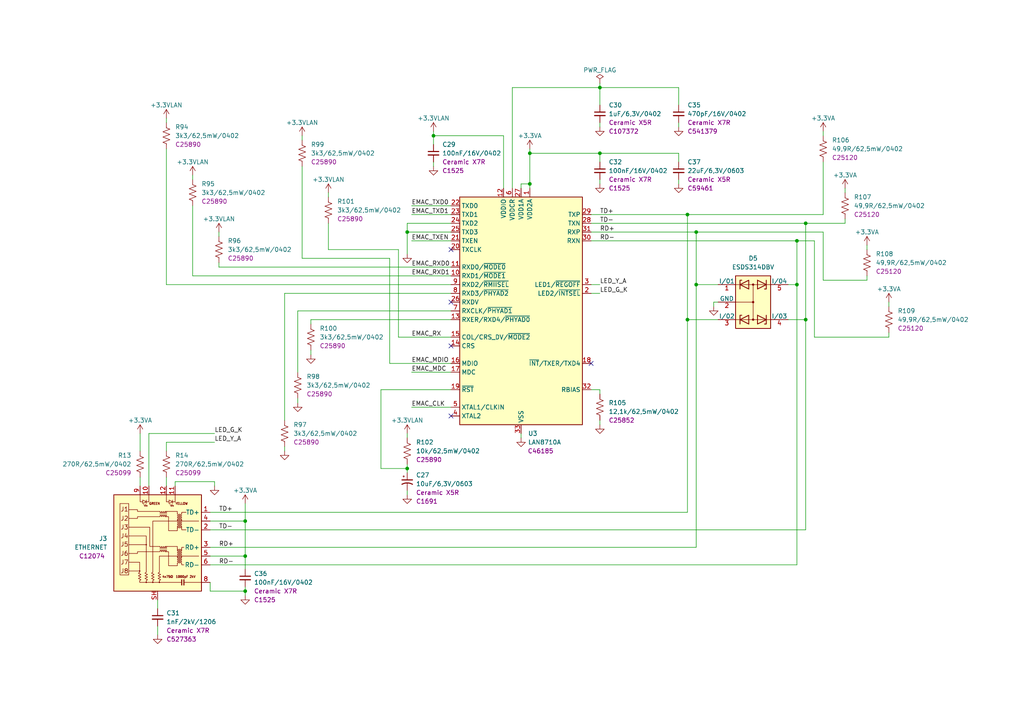
<source format=kicad_sch>
(kicad_sch (version 20211123) (generator eeschema)
  (paper "A4")
  (lib_symbols
    (symbol "Device:C_Polarized_Small_US" (pin_numbers hide) (pin_names (offset 0.254) hide)
      (property "Reference" "C" (at 0.254 1.778 0))
      (property "Value" "C_Polarized_Small_US" (at 0.254 -2.032 0))
      (symbol "C_Polarized_Small_US_0_1"
        (polyline (pts (xy -1.524 0.508) (xy 1.524 0.508)) (stroke (width 0.3048)))
        (polyline (pts (xy -1.27 1.524) (xy -0.762 1.524)))
        (polyline (pts (xy -1.016 1.27) (xy -1.016 1.778)))
        (arc (start 1.524 -0.762) (mid 0 -0.3734) (end -1.524 -0.762) (stroke (width 0.3048)))
      )
      (symbol "C_Polarized_Small_US_1_1"
        (pin passive line (at 0 2.54 270) (length 2.032) (name "~") (number "1"))
        (pin passive line (at 0 -2.54 90) (length 2.032) (name "~") (number "2"))
      )
    )
    (symbol "Device:C_Small" (pin_numbers hide) (pin_names (offset 0.254) hide)
      (property "Reference" "C" (at 0.254 1.778 0))
      (property "Value" "C_Small" (at 0.254 -2.032 0))
      (symbol "C_Small_0_1"
        (polyline (pts (xy -1.524 -0.508) (xy 1.524 -0.508)) (stroke (width 0.3302)))
        (polyline (pts (xy -1.524 0.508) (xy 1.524 0.508)) (stroke (width 0.3048)))
      )
      (symbol "C_Small_1_1"
        (pin passive line (at 0 2.54 270) (length 2.032) (name "~") (number "1"))
        (pin passive line (at 0 -2.54 90) (length 2.032) (name "~") (number "2"))
      )
    )
    (symbol "Device:R_US" (pin_numbers hide) (pin_names (offset 0))
      (property "Reference" "R" (at 2.54 0 90))
      (property "Value" "R_US" (at -2.54 0 90))
      (symbol "R_US_0_1"
        (polyline (pts (xy 0 -2.286) (xy 0 -2.54)))
        (polyline (pts (xy 0 2.286) (xy 0 2.54)))
        (polyline (pts (xy 0 -0.762) (xy 1.016 -1.143) (xy 0 -1.524) (xy -1.016 -1.905) (xy 0 -2.286)))
        (polyline (pts (xy 0 0.762) (xy 1.016 0.381) (xy 0 0) (xy -1.016 -0.381) (xy 0 -0.762)))
        (polyline (pts (xy 0 2.286) (xy 1.016 1.905) (xy 0 1.524) (xy -1.016 1.143) (xy 0 0.762)))
      )
      (symbol "R_US_1_1"
        (pin passive line (at 0 3.81 270) (length 1.27) (name "~") (number "1"))
        (pin passive line (at 0 -3.81 90) (length 1.27) (name "~") (number "2"))
      )
    )
    (symbol "Interface_Ethernet:LAN8710A"
      (property "Reference" "U" (at -13.97 34.29 0))
      (property "Value" "LAN8710A" (at 17.78 34.29 0))
      (symbol "LAN8710A_0_1"
        (rectangle (start -17.78 33.02) (end 17.78 -33.02) (stroke (width 0.254)) (fill (type background)))
      )
      (symbol "LAN8710A_1_1"
        (pin power_in line (at 2.54 35.56 270) (length 2.54) (name "VDD2A") (number "1"))
        (pin bidirectional line (at -20.32 10.16 0) (length 2.54) (name "RXD1/~{MODE1}") (number "10"))
        (pin bidirectional line (at -20.32 12.7 0) (length 2.54) (name "RXD0/~{MODE0}") (number "11"))
        (pin power_in line (at -5.08 35.56 270) (length 2.54) (name "VDDIO") (number "12"))
        (pin bidirectional line (at -20.32 -2.54 0) (length 2.54) (name "RXER/RXD4/~{PHYAD0}") (number "13"))
        (pin output line (at -20.32 -10.16 0) (length 2.54) (name "CRS") (number "14"))
        (pin bidirectional line (at -20.32 -7.62 0) (length 2.54) (name "COL/CRS_DV/~{MODE2}") (number "15"))
        (pin bidirectional line (at -20.32 -15.24 0) (length 2.54) (name "MDIO") (number "16"))
        (pin input line (at -20.32 -17.78 0) (length 2.54) (name "MDC") (number "17"))
        (pin bidirectional line (at 20.32 -15.24 180) (length 2.54) (name "~{INT}/TXER/TXD4") (number "18"))
        (pin input line (at -20.32 -22.86 0) (length 2.54) (name "~{RST}") (number "19"))
        (pin bidirectional line (at 20.32 5.08 180) (length 2.54) (name "LED2/~{INTSEL}") (number "2"))
        (pin output line (at -20.32 17.78 0) (length 2.54) (name "TXCLK") (number "20"))
        (pin input line (at -20.32 20.32 0) (length 2.54) (name "TXEN") (number "21"))
        (pin input line (at -20.32 30.48 0) (length 2.54) (name "TXD0") (number "22"))
        (pin input line (at -20.32 27.94 0) (length 2.54) (name "TXD1") (number "23"))
        (pin input line (at -20.32 25.4 0) (length 2.54) (name "TXD2") (number "24"))
        (pin input line (at -20.32 22.86 0) (length 2.54) (name "TXD3") (number "25"))
        (pin output line (at -20.32 2.54 0) (length 2.54) (name "RXDV") (number "26"))
        (pin power_in line (at 0 35.56 270) (length 2.54) (name "VDD1A") (number "27"))
        (pin bidirectional line (at 20.32 25.4 180) (length 2.54) (name "TXN") (number "28"))
        (pin bidirectional line (at 20.32 27.94 180) (length 2.54) (name "TXP") (number "29"))
        (pin bidirectional line (at 20.32 7.62 180) (length 2.54) (name "LED1/~{REGOFF}") (number "3"))
        (pin bidirectional line (at 20.32 20.32 180) (length 2.54) (name "RXN") (number "30"))
        (pin bidirectional line (at 20.32 22.86 180) (length 2.54) (name "RXP") (number "31"))
        (pin passive line (at 20.32 -22.86 180) (length 2.54) (name "RBIAS") (number "32"))
        (pin power_in line (at 0 -35.56 90) (length 2.54) (name "VSS") (number "33"))
        (pin output line (at -20.32 -30.48 0) (length 2.54) (name "XTAL2") (number "4"))
        (pin input line (at -20.32 -27.94 0) (length 2.54) (name "XTAL1/CLKIN") (number "5"))
        (pin power_in line (at -2.54 35.56 270) (length 2.54) (name "VDDCR") (number "6"))
        (pin bidirectional line (at -20.32 0 0) (length 2.54) (name "RXCLK/~{PHYAD1}") (number "7"))
        (pin bidirectional line (at -20.32 5.08 0) (length 2.54) (name "RXD3/~{PHYAD2}") (number "8"))
        (pin bidirectional line (at -20.32 7.62 0) (length 2.54) (name "RXD2/~{RMIISEL}") (number "9"))
      )
    )
    (symbol "Tales:+3.3VLAN" (power) (pin_names (offset 0))
      (property "Value" "+3.3VLAN" (at 0 3.556 0))
      (symbol "+3.3VLAN_0_1"
        (polyline (pts (xy -0.762 1.27) (xy 0 2.54)))
        (polyline (pts (xy 0 0) (xy 0 2.54)))
        (polyline (pts (xy 0 2.54) (xy 0.762 1.27)))
      )
      (symbol "+3.3VLAN_1_1"
        (pin power_in line (at 0 0 90) (length 0) hide (name "+3.3VLAN") (number "1"))
      )
    )
    (symbol "Tales:ESDS314DBV" (pin_names (offset 0))
      (property "Reference" "D" (at 0 12.7 0))
      (property "Value" "ESDS314DBV" (at 0 10.16 0))
      (symbol "ESDS314DBV_0_1"
        (rectangle (start -5.08 7.62) (end 5.08 -7.62) (stroke (width 0.254)) (fill (type background)))
        (circle (center 0 -5.08) (radius 0.254) (fill (type outline)))
        (polyline (pts (xy -5.08 -5.08) (xy 5.08 -5.08)))
        (polyline (pts (xy -5.08 0) (xy 0 0)))
        (polyline (pts (xy -5.08 5.08) (xy 5.08 5.08)))
        (polyline (pts (xy 0 -5.08) (xy 0 5.08)))
        (polyline (pts (xy -3.81 -6.35) (xy -3.81 -3.81) (xy -3.302 -3.81)) (stroke (width 0.254)))
        (polyline (pts (xy -3.81 3.81) (xy -3.81 6.35) (xy -3.302 6.35)) (stroke (width 0.254)))
        (polyline (pts (xy 3.81 -3.81) (xy 3.81 -6.35) (xy 3.302 -6.35)) (stroke (width 0.254)))
        (polyline (pts (xy 3.81 6.35) (xy 3.81 3.81) (xy 3.302 3.81)) (stroke (width 0.254)))
        (polyline (pts (xy -1.27 -6.35) (xy -3.81 -5.08) (xy -1.27 -3.81) (xy -1.27 -6.35) (xy -1.27 -6.35) (xy -1.27 -6.35)) (stroke (width 0.254)))
        (polyline (pts (xy -1.27 3.81) (xy -3.81 5.08) (xy -1.27 6.35) (xy -1.27 3.81) (xy -1.27 3.81) (xy -1.27 3.81)) (stroke (width 0.254)))
        (polyline (pts (xy 1.27 -3.81) (xy 3.81 -5.08) (xy 1.27 -6.35) (xy 1.27 -3.81) (xy 1.27 -3.81) (xy 1.27 -3.81)) (stroke (width 0.254)))
        (polyline (pts (xy 1.27 6.35) (xy 3.81 5.08) (xy 1.27 3.81) (xy 1.27 6.35) (xy 1.27 6.35) (xy 1.27 6.35)) (stroke (width 0.254)))
        (circle (center 0 0) (radius 0.254) (fill (type outline)))
        (circle (center 0 5.08) (radius 0.254) (fill (type outline)))
        (pin passive line (at -10.16 5.08 0) (length 5.08) (name "I/01") (number "1"))
        (pin passive line (at -10.16 0 0) (length 5.08) (name "GND") (number "2"))
        (pin passive line (at -10.16 -5.08 0) (length 5.08) (name "I/02") (number "3"))
        (pin passive line (at 10.16 -5.08 180) (length 5.08) (name "I/03") (number "4"))
        (pin passive line (at 10.16 5.08 180) (length 5.08) (name "I/04") (number "5"))
      )
    )
    (symbol "Tales:HanRun_HR911105A"
      (property "Reference" "J" (at 12.7 13.97 0))
      (property "Value" "HanRun_HR911105A" (at 0 -16.51 0))
      (symbol "HanRun_HR911105A_0_0"
        (rectangle (start -12.7 12.7) (end 12.7 -15.24) (stroke (width 0.254)) (fill (type background)))
        (polyline (pts (xy -5.207 -9.398) (xy -8.382 -9.398)))
        (polyline (pts (xy -3.302 -12.7) (xy -3.302 -12.192)))
        (polyline (pts (xy -3.302 -1.778) (xy -8.382 -1.778)))
        (polyline (pts (xy -1.397 -12.7) (xy -1.397 -12.192)))
        (polyline (pts (xy 0.508 -12.7) (xy 0.508 -12.192)))
        (polyline (pts (xy 7.62 -12.7) (xy 12.7 -12.7)))
        (polyline (pts (xy 11.938 -5.08) (xy 6.985 -5.08)))
        (polyline (pts (xy 11.938 5.08) (xy 6.985 5.08)))
        (polyline (pts (xy -1.397 -9.779) (xy -1.397 5.08) (xy 5.715 5.08)))
        (polyline (pts (xy 0.508 -9.779) (xy 0.508 -5.08) (xy 5.715 -5.08)))
        (polyline (pts (xy 6.985 -12.7) (xy -5.207 -12.7) (xy -5.207 -12.192)))
        (polyline (pts (xy 0.635 -2.286) (xy -2.286 -2.286) (xy -2.286 3.302) (xy -8.382 3.302)))
        (polyline (pts (xy 0.635 7.874) (xy -5.842 7.874) (xy -5.842 8.382) (xy -8.382 8.382)))
        (text "1000pF 2kV" (at 8.128 -11.049 0) (effects (font (size 0.635 0.635))))
        (text "4x75Ω" (at 2.921 -11.049 0) (effects (font (size 0.635 0.635))))
        (text "GREEN" (at -2.54 10.16 0) (effects (font (size 0.635 0.635)) (justify left)))
        (text "J1" (at -10.795 8.509 0) (effects (font (size 1.27 1.27)) (justify left)))
        (text "J2" (at -10.795 5.842 0) (effects (font (size 1.27 1.27)) (justify left)))
        (text "J3" (at -10.795 3.302 0) (effects (font (size 1.27 1.27)) (justify left)))
        (text "J4" (at -10.795 0.762 0) (effects (font (size 1.27 1.27)) (justify left)))
        (text "J5" (at -10.795 -1.651 0) (effects (font (size 1.27 1.27)) (justify left)))
        (text "J6" (at -10.795 -4.318 0) (effects (font (size 1.27 1.27)) (justify left)))
        (text "J7" (at -10.795 -6.858 0) (effects (font (size 1.27 1.27)) (justify left)))
        (text "J8" (at -10.795 -9.398 0) (effects (font (size 1.27 1.27)) (justify left)))
        (text "YELLOW" (at 5.08 10.16 0) (effects (font (size 0.635 0.635)) (justify left)))
      )
      (symbol "HanRun_HR911105A_0_1"
        (rectangle (start -8.382 -10.541) (end -10.922 10.16))
        (circle (center -5.207 -9.398) (radius 0.127) (fill (type outline)))
        (circle (center -3.302 -12.7) (radius 0.127) (fill (type outline)))
        (circle (center -3.302 -1.778) (radius 0.127) (fill (type outline)))
        (circle (center -1.397 -12.7) (radius 0.127) (fill (type outline)))
        (polyline (pts (xy -3.556 9.398) (xy -4.064 9.906)))
        (polyline (pts (xy -3.302 11.176) (xy -3.302 10.16)))
        (polyline (pts (xy -3.048 9.398) (xy -3.556 9.906)))
        (polyline (pts (xy 0.635 -3.302) (xy 2.667 -3.302)))
        (polyline (pts (xy 0.635 6.858) (xy 2.667 6.858)))
        (polyline (pts (xy 2.667 -2.794) (xy 0.635 -2.794)))
        (polyline (pts (xy 2.667 7.366) (xy 0.635 7.366)))
        (polyline (pts (xy 4.064 9.398) (xy 3.556 9.906)))
        (polyline (pts (xy 4.318 11.176) (xy 4.318 10.16)))
        (polyline (pts (xy 4.572 9.398) (xy 4.064 9.906)))
        (polyline (pts (xy 6.223 -3.048) (xy 6.223 -7.112)))
        (polyline (pts (xy 6.223 7.112) (xy 6.223 3.048)))
        (polyline (pts (xy 6.477 -7.112) (xy 6.477 -3.048)))
        (polyline (pts (xy 6.477 3.048) (xy 6.477 7.112)))
        (polyline (pts (xy 6.985 -13.462) (xy 6.985 -11.938)) (stroke (width 0.3048)))
        (polyline (pts (xy 7.62 -13.462) (xy 7.62 -11.938)) (stroke (width 0.3048)))
        (polyline (pts (xy -5.207 -9.779) (xy -5.207 -6.858) (xy -8.382 -6.858)))
        (polyline (pts (xy -5.08 12.7) (xy -5.08 10.668) (xy -4.318 10.668)))
        (polyline (pts (xy -3.556 9.652) (xy -3.556 9.398) (xy -3.81 9.398)))
        (polyline (pts (xy -3.302 -9.779) (xy -3.302 0.762) (xy -8.382 0.762)))
        (polyline (pts (xy -3.048 9.652) (xy -3.048 9.398) (xy -3.302 9.398)))
        (polyline (pts (xy -2.54 12.7) (xy -2.54 10.668) (xy -3.302 10.668)))
        (polyline (pts (xy 2.54 12.7) (xy 2.54 10.668) (xy 3.302 10.668)))
        (polyline (pts (xy 2.667 -2.286) (xy 5.715 -2.286) (xy 5.715 -3.048)))
        (polyline (pts (xy 2.667 7.874) (xy 5.715 7.874) (xy 5.715 7.112)))
        (polyline (pts (xy 4.064 9.652) (xy 4.064 9.398) (xy 3.81 9.398)))
        (polyline (pts (xy 4.572 9.652) (xy 4.572 9.398) (xy 4.318 9.398)))
        (polyline (pts (xy 5.08 12.7) (xy 5.08 10.668) (xy 4.318 10.668)))
        (polyline (pts (xy 6.985 -7.112) (xy 6.985 -7.62) (xy 7.62 -7.62)))
        (polyline (pts (xy 6.985 -3.048) (xy 6.985 -2.54) (xy 7.62 -2.54)))
        (polyline (pts (xy 6.985 3.048) (xy 6.985 2.54) (xy 8.255 2.54)))
        (polyline (pts (xy 6.985 7.112) (xy 6.985 7.62) (xy 8.255 7.62)))
        (polyline (pts (xy -3.302 10.668) (xy -4.318 11.176) (xy -4.318 10.16) (xy -3.302 10.668)))
        (polyline (pts (xy 0.635 -3.81) (xy -5.842 -3.81) (xy -5.842 -4.318) (xy -8.382 -4.318)))
        (polyline (pts (xy 0.635 6.35) (xy -5.842 6.35) (xy -5.842 5.842) (xy -8.382 5.842)))
        (polyline (pts (xy 4.318 10.668) (xy 3.302 11.176) (xy 3.302 10.16) (xy 4.318 10.668)))
        (polyline (pts (xy 5.715 -7.112) (xy 5.715 -7.874) (xy 3.175 -7.874) (xy 3.175 -3.81) (xy 2.667 -3.81)))
        (polyline (pts (xy 5.715 3.048) (xy 5.715 2.286) (xy 3.175 2.286) (xy 3.175 6.35) (xy 2.667 6.35)))
        (polyline (pts (xy -5.207 -12.192) (xy -4.826 -11.938) (xy -5.588 -11.557) (xy -4.826 -11.176) (xy -5.588 -10.795) (xy -4.826 -10.414) (xy -5.588 -10.033) (xy -5.207 -9.779)))
        (polyline (pts (xy -3.302 -12.192) (xy -2.921 -11.938) (xy -3.683 -11.557) (xy -2.921 -11.176) (xy -3.683 -10.795) (xy -2.921 -10.414) (xy -3.683 -10.033) (xy -3.302 -9.779)))
        (polyline (pts (xy -1.397 -12.192) (xy -1.016 -11.938) (xy -1.778 -11.557) (xy -1.016 -11.176) (xy -1.778 -10.795) (xy -1.016 -10.414) (xy -1.778 -10.033) (xy -1.397 -9.779)))
        (polyline (pts (xy 0.508 -12.192) (xy 0.889 -11.938) (xy 0.127 -11.557) (xy 0.889 -11.176) (xy 0.127 -10.795) (xy 0.889 -10.414) (xy 0.127 -10.033) (xy 0.508 -9.779)))
        (circle (center 0.508 -12.7) (radius 0.127) (fill (type outline)))
        (arc (start 0.635 -2.286) (mid 0.889 -2.54) (end 1.143 -2.286))
        (arc (start 0.635 7.874) (mid 0.889 7.62) (end 1.143 7.874))
        (arc (start 1.143 -3.81) (mid 0.889 -3.556) (end 0.635 -3.81))
        (arc (start 1.143 -2.286) (mid 1.397 -2.54) (end 1.651 -2.286))
        (arc (start 1.143 6.35) (mid 0.889 6.604) (end 0.635 6.35))
        (arc (start 1.143 7.874) (mid 1.397 7.62) (end 1.651 7.874))
        (arc (start 1.651 -3.81) (mid 1.397 -3.556) (end 1.143 -3.81))
        (arc (start 1.651 -2.286) (mid 1.905 -2.54) (end 2.159 -2.286))
        (arc (start 1.651 6.35) (mid 1.397 6.604) (end 1.143 6.35))
        (arc (start 1.651 7.874) (mid 1.905 7.62) (end 2.159 7.874))
        (arc (start 2.159 -3.81) (mid 1.905 -3.556) (end 1.651 -3.81))
        (arc (start 2.159 -2.286) (mid 2.413 -2.54) (end 2.667 -2.286))
        (arc (start 2.159 6.35) (mid 1.905 6.604) (end 1.651 6.35))
        (arc (start 2.159 7.874) (mid 2.413 7.62) (end 2.667 7.874))
        (circle (center 2.413 -3.8354) (radius 0.0762) (stroke (width 0.0254)) (fill (type outline)))
        (circle (center 2.413 -2.2606) (radius 0.0762) (stroke (width 0.0254)) (fill (type outline)))
        (circle (center 2.413 6.3246) (radius 0.0762) (stroke (width 0.0254)) (fill (type outline)))
        (circle (center 2.413 7.8994) (radius 0.0762) (stroke (width 0.0254)) (fill (type outline)))
        (arc (start 2.667 -3.81) (mid 2.413 -3.556) (end 2.159 -3.81))
        (arc (start 2.667 6.35) (mid 2.413 6.604) (end 2.159 6.35))
        (arc (start 5.715 -7.112) (mid 5.969 -6.858) (end 5.715 -6.604))
        (arc (start 5.715 -6.604) (mid 5.969 -6.35) (end 5.715 -6.096))
        (arc (start 5.715 -6.096) (mid 5.969 -5.842) (end 5.715 -5.588))
        (arc (start 5.715 -5.588) (mid 5.969 -5.334) (end 5.715 -5.08))
        (circle (center 5.715 -5.334) (radius 0.0762) (stroke (width 0.0254)) (fill (type outline)))
        (arc (start 5.715 -5.08) (mid 5.969 -4.826) (end 5.715 -4.572))
        (arc (start 5.715 -4.572) (mid 5.969 -4.318) (end 5.715 -4.064))
        (arc (start 5.715 -4.064) (mid 5.969 -3.81) (end 5.715 -3.556))
        (arc (start 5.715 -3.556) (mid 5.969 -3.302) (end 5.715 -3.048))
        (circle (center 5.715 -3.302) (radius 0.0762) (stroke (width 0.0254)) (fill (type outline)))
        (arc (start 5.715 3.048) (mid 5.969 3.302) (end 5.715 3.556))
        (circle (center 5.715 3.302) (radius 0.0762) (stroke (width 0.0254)) (fill (type outline)))
        (arc (start 5.715 3.556) (mid 5.969 3.81) (end 5.715 4.064))
        (arc (start 5.715 4.064) (mid 5.969 4.318) (end 5.715 4.572))
        (arc (start 5.715 4.572) (mid 5.969 4.826) (end 5.715 5.08))
        (arc (start 5.715 5.08) (mid 5.969 5.334) (end 5.715 5.588))
        (circle (center 5.715 5.334) (radius 0.0762) (stroke (width 0.0254)) (fill (type outline)))
        (arc (start 5.715 5.588) (mid 5.969 5.842) (end 5.715 6.096))
        (arc (start 5.715 6.096) (mid 5.969 6.35) (end 5.715 6.604))
        (arc (start 5.715 6.604) (mid 5.969 6.858) (end 5.715 7.112))
        (arc (start 6.985 -6.604) (mid 6.731 -6.858) (end 6.985 -7.112))
        (arc (start 6.985 -6.096) (mid 6.731 -6.35) (end 6.985 -6.604))
        (arc (start 6.985 -5.588) (mid 6.731 -5.842) (end 6.985 -6.096))
        (circle (center 6.985 -5.334) (radius 0.0762) (stroke (width 0.0254)) (fill (type outline)))
        (arc (start 6.985 -5.08) (mid 6.731 -5.334) (end 6.985 -5.588))
        (arc (start 6.985 -4.572) (mid 6.731 -4.826) (end 6.985 -5.08))
        (arc (start 6.985 -4.064) (mid 6.731 -4.318) (end 6.985 -4.572))
        (arc (start 6.985 -3.556) (mid 6.731 -3.81) (end 6.985 -4.064))
        (circle (center 6.985 -3.302) (radius 0.0762) (stroke (width 0.0254)) (fill (type outline)))
        (arc (start 6.985 -3.048) (mid 6.731 -3.302) (end 6.985 -3.556))
        (circle (center 6.985 3.302) (radius 0.0762) (stroke (width 0.0254)) (fill (type outline)))
        (arc (start 6.985 3.556) (mid 6.731 3.302) (end 6.985 3.048))
        (arc (start 6.985 4.064) (mid 6.731 3.81) (end 6.985 3.556))
        (arc (start 6.985 4.572) (mid 6.731 4.318) (end 6.985 4.064))
        (arc (start 6.985 5.08) (mid 6.731 4.826) (end 6.985 4.572))
        (circle (center 6.985 5.334) (radius 0.0762) (stroke (width 0.0254)) (fill (type outline)))
        (arc (start 6.985 5.588) (mid 6.731 5.334) (end 6.985 5.08))
        (arc (start 6.985 6.096) (mid 6.731 5.842) (end 6.985 5.588))
        (arc (start 6.985 6.604) (mid 6.731 6.35) (end 6.985 6.096))
        (arc (start 6.985 7.112) (mid 6.731 6.858) (end 6.985 6.604))
      )
      (symbol "HanRun_HR911105A_1_1"
        (pin passive line (at 15.24 7.62 180) (length 2.54) (name "TD+") (number "1"))
        (pin passive line (at -2.54 15.24 270) (length 2.54) (name "~") (number "10"))
        (pin passive line (at 5.08 15.24 270) (length 2.54) (name "~") (number "11"))
        (pin passive line (at 2.54 15.24 270) (length 2.54) (name "~") (number "12"))
        (pin passive line (at 15.24 2.54 180) (length 2.54) (name "TD-") (number "2"))
        (pin passive line (at 15.24 -2.54 180) (length 2.54) (name "RD+") (number "3"))
        (pin passive line (at 15.24 5.08 180) (length 2.54) (name "~") (number "4"))
        (pin passive line (at 15.24 -5.08 180) (length 2.54) (name "~") (number "5"))
        (pin passive line (at 15.24 -7.62 180) (length 2.54) (name "RD-") (number "6"))
        (pin passive line (at 15.24 -12.7 180) (length 2.54) (name "~") (number "8"))
        (pin passive line (at -5.08 15.24 270) (length 2.54) (name "~") (number "9"))
        (pin passive line (at 0 -17.78 90) (length 2.54) (name "~") (number "SH"))
      )
    )
    (symbol "power:+3.3VA" (power) (pin_names (offset 0))
      (property "Value" "+3.3VA" (at 0 3.556 0))
      (symbol "+3.3VA_0_1"
        (polyline (pts (xy -0.762 1.27) (xy 0 2.54)))
        (polyline (pts (xy 0 0) (xy 0 2.54)))
        (polyline (pts (xy 0 2.54) (xy 0.762 1.27)))
      )
      (symbol "+3.3VA_1_1"
        (pin power_in line (at 0 0 90) (length 0) hide (name "+3.3VA") (number "1"))
      )
    )
    (symbol "power:GND" (power) (pin_names (offset 0))
      (property "Value" "GND" (at 0 -3.81 0))
      (symbol "GND_0_1"
        (polyline (pts (xy 0 0) (xy 0 -1.27) (xy 1.27 -1.27) (xy 0 -2.54) (xy -1.27 -1.27) (xy 0 -1.27)))
      )
      (symbol "GND_1_1"
        (pin power_in line (at 0 0 270) (length 0) hide (name "GND") (number "1"))
      )
    )
    (symbol "power:PWR_FLAG" (power) (pin_numbers hide) (pin_names (offset 0) hide)
      (property "Value" "PWR_FLAG" (at 0 3.81 0))
      (symbol "PWR_FLAG_0_0"
        (pin power_out line (at 0 0 90) (length 0) (name "pwr") (number "1"))
      )
      (symbol "PWR_FLAG_0_1"
        (polyline (pts (xy 0 0) (xy 0 1.27) (xy -1.016 1.905) (xy 0 2.54) (xy 1.016 1.905) (xy 0 1.27)))
      )
    )
  )
  (junction (at 173.99 44.45))
  (junction (at 201.93 82.55))
  (junction (at 71.12 161.29))
  (junction (at 199.39 62.23))
  (junction (at 199.39 92.71))
  (junction (at 125.73 39.37))
  (junction (at 201.93 67.31))
  (junction (at 71.12 151.13))
  (junction (at 231.14 69.85))
  (junction (at 118.11 67.31))
  (junction (at 233.68 92.71))
  (junction (at 118.11 135.89))
  (junction (at 153.67 53.34))
  (junction (at 153.67 44.45))
  (junction (at 233.68 64.77))
  (junction (at 173.99 25.4))
  (junction (at 231.14 82.55))
  (junction (at 71.12 171.45))
  (no_connect (at 130.81 100.33))
  (no_connect (at 130.81 87.63))
  (no_connect (at 171.45 105.41))
  (no_connect (at 130.81 72.39))
  (no_connect (at 130.81 120.65))
  (wire (pts (xy 238.76 38.1) (xy 238.76 39.37)))
  (wire (pts (xy 151.13 54.61) (xy 151.13 53.34)))
  (wire (pts (xy 257.81 87.63) (xy 257.81 88.9)))
  (wire (pts (xy 62.23 139.7) (xy 62.23 140.97)))
  (wire (pts (xy 231.14 82.55) (xy 231.14 69.85)))
  (wire (pts (xy 208.28 92.71) (xy 199.39 92.71)))
  (wire (pts (xy 146.05 39.37) (xy 146.05 54.61)))
  (wire (pts (xy 60.96 171.45) (xy 60.96 168.91)))
  (wire (pts (xy 207.01 87.63) (xy 208.28 87.63)))
  (wire (pts (xy 251.46 71.12) (xy 251.46 72.39)))
  (wire (pts (xy 173.99 25.4) (xy 196.85 25.4)))
  (wire (pts (xy 119.38 107.95) (xy 130.81 107.95)))
  (wire (pts (xy 48.26 34.29) (xy 48.26 35.56)))
  (wire (pts (xy 151.13 53.34) (xy 153.67 53.34)))
  (wire (pts (xy 148.59 54.61) (xy 148.59 25.4)))
  (wire (pts (xy 238.76 67.31) (xy 201.93 67.31)))
  (wire (pts (xy 63.5 77.47) (xy 130.81 77.47)))
  (wire (pts (xy 130.81 113.03) (xy 110.49 113.03)))
  (wire (pts (xy 236.22 97.79) (xy 236.22 69.85)))
  (wire (pts (xy 130.81 97.79) (xy 115.57 97.79)))
  (wire (pts (xy 173.99 44.45) (xy 153.67 44.45)))
  (wire (pts (xy 199.39 148.59) (xy 199.39 92.71)))
  (wire (pts (xy 95.25 72.39) (xy 95.25 64.77)))
  (wire (pts (xy 119.38 69.85) (xy 130.81 69.85)))
  (wire (pts (xy 55.88 50.8) (xy 55.88 52.07)))
  (wire (pts (xy 40.64 125.73) (xy 40.64 130.81)))
  (wire (pts (xy 82.55 129.54) (xy 82.55 130.81)))
  (wire (pts (xy 118.11 67.31) (xy 130.81 67.31)))
  (wire (pts (xy 196.85 46.99) (xy 196.85 44.45)))
  (wire (pts (xy 201.93 82.55) (xy 201.93 67.31)))
  (wire (pts (xy 86.36 115.57) (xy 86.36 116.84)))
  (wire (pts (xy 233.68 92.71) (xy 233.68 64.77)))
  (wire (pts (xy 118.11 142.24) (xy 118.11 143.51)))
  (wire (pts (xy 90.17 92.71) (xy 90.17 93.98)))
  (wire (pts (xy 119.38 118.11) (xy 130.81 118.11)))
  (wire (pts (xy 50.8 139.7) (xy 50.8 140.97)))
  (wire (pts (xy 238.76 46.99) (xy 238.76 62.23)))
  (wire (pts (xy 48.26 43.18) (xy 48.26 82.55)))
  (wire (pts (xy 113.03 105.41) (xy 130.81 105.41)))
  (wire (pts (xy 173.99 113.03) (xy 171.45 113.03)))
  (wire (pts (xy 55.88 80.01) (xy 130.81 80.01)))
  (wire (pts (xy 171.45 69.85) (xy 231.14 69.85)))
  (wire (pts (xy 208.28 82.55) (xy 201.93 82.55)))
  (wire (pts (xy 40.64 138.43) (xy 40.64 140.97)))
  (wire (pts (xy 199.39 92.71) (xy 199.39 62.23)))
  (wire (pts (xy 236.22 69.85) (xy 231.14 69.85)))
  (wire (pts (xy 228.6 82.55) (xy 231.14 82.55)))
  (wire (pts (xy 257.81 97.79) (xy 236.22 97.79)))
  (wire (pts (xy 43.18 125.73) (xy 62.23 125.73)))
  (wire (pts (xy 125.73 46.99) (xy 125.73 48.26)))
  (wire (pts (xy 238.76 81.28) (xy 238.76 67.31)))
  (wire (pts (xy 125.73 39.37) (xy 125.73 41.91)))
  (wire (pts (xy 118.11 125.73) (xy 118.11 127)))
  (wire (pts (xy 110.49 135.89) (xy 118.11 135.89)))
  (wire (pts (xy 173.99 46.99) (xy 173.99 44.45)))
  (wire (pts (xy 63.5 76.2) (xy 63.5 77.47)))
  (wire (pts (xy 196.85 52.07) (xy 196.85 53.34)))
  (wire (pts (xy 173.99 25.4) (xy 173.99 30.48)))
  (wire (pts (xy 151.13 125.73) (xy 151.13 127)))
  (wire (pts (xy 48.26 140.97) (xy 48.26 138.43)))
  (wire (pts (xy 173.99 24.13) (xy 173.99 25.4)))
  (wire (pts (xy 43.18 140.97) (xy 43.18 125.73)))
  (wire (pts (xy 55.88 59.69) (xy 55.88 80.01)))
  (wire (pts (xy 153.67 44.45) (xy 153.67 53.34)))
  (wire (pts (xy 115.57 72.39) (xy 95.25 72.39)))
  (wire (pts (xy 60.96 158.75) (xy 201.93 158.75)))
  (wire (pts (xy 125.73 39.37) (xy 146.05 39.37)))
  (wire (pts (xy 87.63 48.26) (xy 87.63 74.93)))
  (wire (pts (xy 196.85 44.45) (xy 173.99 44.45)))
  (wire (pts (xy 173.99 35.56) (xy 173.99 36.83)))
  (wire (pts (xy 60.96 148.59) (xy 199.39 148.59)))
  (wire (pts (xy 45.72 181.61) (xy 45.72 184.15)))
  (wire (pts (xy 245.11 54.61) (xy 245.11 55.88)))
  (wire (pts (xy 113.03 74.93) (xy 113.03 105.41)))
  (wire (pts (xy 62.23 139.7) (xy 50.8 139.7)))
  (wire (pts (xy 48.26 128.27) (xy 62.23 128.27)))
  (wire (pts (xy 245.11 63.5) (xy 245.11 64.77)))
  (wire (pts (xy 196.85 25.4) (xy 196.85 30.48)))
  (wire (pts (xy 118.11 134.62) (xy 118.11 135.89)))
  (wire (pts (xy 153.67 53.34) (xy 153.67 54.61)))
  (wire (pts (xy 63.5 67.31) (xy 63.5 68.58)))
  (wire (pts (xy 110.49 113.03) (xy 110.49 135.89)))
  (wire (pts (xy 71.12 171.45) (xy 71.12 172.72)))
  (wire (pts (xy 118.11 135.89) (xy 118.11 137.16)))
  (wire (pts (xy 115.57 97.79) (xy 115.57 72.39)))
  (wire (pts (xy 60.96 153.67) (xy 233.68 153.67)))
  (wire (pts (xy 238.76 62.23) (xy 199.39 62.23)))
  (wire (pts (xy 199.39 62.23) (xy 171.45 62.23)))
  (wire (pts (xy 148.59 25.4) (xy 173.99 25.4)))
  (wire (pts (xy 231.14 82.55) (xy 231.14 163.83)))
  (wire (pts (xy 87.63 74.93) (xy 113.03 74.93)))
  (wire (pts (xy 86.36 90.17) (xy 86.36 107.95)))
  (wire (pts (xy 153.67 43.18) (xy 153.67 44.45)))
  (wire (pts (xy 173.99 114.3) (xy 173.99 113.03)))
  (wire (pts (xy 207.01 88.9) (xy 207.01 87.63)))
  (wire (pts (xy 82.55 85.09) (xy 82.55 121.92)))
  (wire (pts (xy 119.38 62.23) (xy 130.81 62.23)))
  (wire (pts (xy 71.12 170.18) (xy 71.12 171.45)))
  (wire (pts (xy 130.81 64.77) (xy 118.11 64.77)))
  (wire (pts (xy 45.72 173.99) (xy 45.72 176.53)))
  (wire (pts (xy 233.68 64.77) (xy 171.45 64.77)))
  (wire (pts (xy 87.63 39.37) (xy 87.63 40.64)))
  (wire (pts (xy 118.11 64.77) (xy 118.11 67.31)))
  (wire (pts (xy 90.17 101.6) (xy 90.17 102.87)))
  (wire (pts (xy 257.81 96.52) (xy 257.81 97.79)))
  (wire (pts (xy 251.46 80.01) (xy 251.46 81.28)))
  (wire (pts (xy 251.46 81.28) (xy 238.76 81.28)))
  (wire (pts (xy 60.96 171.45) (xy 71.12 171.45)))
  (wire (pts (xy 118.11 67.31) (xy 118.11 73.66)))
  (wire (pts (xy 196.85 35.56) (xy 196.85 36.83)))
  (wire (pts (xy 171.45 82.55) (xy 173.99 82.55)))
  (wire (pts (xy 71.12 146.05) (xy 71.12 151.13)))
  (wire (pts (xy 119.38 59.69) (xy 130.81 59.69)))
  (wire (pts (xy 125.73 38.1) (xy 125.73 39.37)))
  (wire (pts (xy 130.81 92.71) (xy 90.17 92.71)))
  (wire (pts (xy 201.93 158.75) (xy 201.93 82.55)))
  (wire (pts (xy 233.68 92.71) (xy 233.68 153.67)))
  (wire (pts (xy 82.55 85.09) (xy 130.81 85.09)))
  (wire (pts (xy 60.96 163.83) (xy 231.14 163.83)))
  (wire (pts (xy 86.36 90.17) (xy 130.81 90.17)))
  (wire (pts (xy 173.99 52.07) (xy 173.99 53.34)))
  (wire (pts (xy 95.25 55.88) (xy 95.25 57.15)))
  (wire (pts (xy 71.12 161.29) (xy 71.12 151.13)))
  (wire (pts (xy 60.96 161.29) (xy 71.12 161.29)))
  (wire (pts (xy 48.26 82.55) (xy 130.81 82.55)))
  (wire (pts (xy 171.45 85.09) (xy 173.99 85.09)))
  (wire (pts (xy 173.99 121.92) (xy 173.99 123.19)))
  (wire (pts (xy 228.6 92.71) (xy 233.68 92.71)))
  (wire (pts (xy 171.45 67.31) (xy 201.93 67.31)))
  (wire (pts (xy 48.26 130.81) (xy 48.26 128.27)))
  (wire (pts (xy 233.68 64.77) (xy 245.11 64.77)))
  (wire (pts (xy 71.12 161.29) (xy 71.12 165.1)))
  (wire (pts (xy 71.12 151.13) (xy 60.96 151.13)))
  (label "RD-" (at 63.5 163.83 0))
  (label "EMAC_MDC" (at 119.38 107.95 0))
  (label "LED_Y_A" (at 173.99 82.55 0))
  (label "TD+" (at 63.5 148.59 0))
  (label "EMAC_CLK" (at 119.38 118.11 0))
  (label "TD+" (at 173.99 62.23 0))
  (label "EMAC_MDIO" (at 119.38 105.41 0))
  (label "EMAC_TXEN" (at 119.38 69.85 0))
  (label "EMAC_RX" (at 119.38 97.79 0))
  (label "LED_G_K" (at 62.23 125.73 0))
  (label "TD-" (at 63.5 153.67 0))
  (label "EMAC_RXD0" (at 119.38 77.47 0))
  (label "RD-" (at 173.99 69.85 0))
  (label "EMAC_TXD0" (at 119.38 59.69 0))
  (label "RD+" (at 63.5 158.75 0))
  (label "EMAC_TXD1" (at 119.38 62.23 0))
  (label "EMAC_RXD1" (at 119.38 80.01 0))
  (label "RD+" (at 173.99 67.31 0))
  (label "LED_Y_A" (at 62.23 128.27 0))
  (label "LED_G_K" (at 173.99 85.09 0))
  (label "TD-" (at 173.99 64.77 0))
  (symbol (lib_id "power:GND") (at 173.99 53.34 0) (unit 1)
    (property "Reference" "#PWR0159" (effects hide))
    (property "Value" "GNDREF" (effects hide))
  )
  (symbol (lib_id "Device:R_US") (at 118.11 130.81 0) (unit 1)
    (property "Reference" "R102" (at 120.65 128.27 0) (effects (justify left)))
    (property "Value" "10k/62,5mW/0402" (at 120.65 130.81 0) (effects (justify left)))
    (property "Footprint" "Tales:R_0402_1005Metric" (effects hide))
    (property "Case" "0402/1005" (effects hide))
    (property "Mfr" "Uniroyal" (effects hide))
    (property "Vendor" "JLCPCB" (effects hide))
    (property "Mfr PN" "0402WGF1002TCE" (effects hide))
    (property "Vendor PN" "C25890" (effects hide))
    (property "LCSC Part #" "C25890" (at 120.65 133.35 0) (effects (justify left)))
    (property "JLCPCB BOM" "1" (effects hide))
  )
  (symbol (lib_id "power:GND") (at 173.99 36.83 0) (unit 1)
    (property "Reference" "#PWR0158" (effects hide))
    (property "Value" "GNDREF" (effects hide))
  )
  (symbol (lib_id "Device:R_US") (at 48.26 134.62 0) (unit 1)
    (property "Reference" "R14" (at 50.8 132.08 0) (effects (justify left)))
    (property "Value" "270R/62,5mW/0402" (at 50.8 134.62 0) (effects (justify left)))
    (property "Footprint" "Tales:R_0402_1005Metric" (effects hide))
    (property "Case" "0402/1005" (effects hide))
    (property "Mfr" "Uniroyal" (effects hide))
    (property "Vendor" "JLCPCB" (effects hide))
    (property "Mfr PN" "0402WGF2700TCE" (effects hide))
    (property "Vendor PN" "C25099" (effects hide))
    (property "LCSC Part #" "C25099" (at 50.8 137.16 0) (effects (justify left)))
    (property "JLCPCB BOM" "1" (effects hide))
  )
  (symbol (lib_id "Device:R_US") (at 245.11 59.69 0) (unit 1)
    (property "Reference" "R107" (at 247.65 57.15 0) (effects (justify left)))
    (property "Value" "49,9R/62,5mW/0402" (at 247.65 59.69 0) (effects (justify left)))
    (property "Footprint" "Tales:R_0402_1005Metric" (effects hide))
    (property "Case" "0402/1005" (effects hide))
    (property "Mfr" "Uniroyal" (effects hide))
    (property "Vendor" "JLCPCB" (effects hide))
    (property "Mfr PN" "0402WGF499JTCE" (effects hide))
    (property "Vendor PN" "C25120" (effects hide))
    (property "LCSC Part #" "C25120" (at 247.65 62.23 0) (effects (justify left)))
    (property "JLCPCB BOM" "1" (effects hide))
  )
  (symbol (lib_id "power:+3.3VA") (at 251.46 71.12 0) (unit 1)
    (property "Reference" "#PWR0171" (effects hide))
    (property "Value" "+3.3VA" (at 251.46 67.31 0))
  )
  (symbol (lib_id "Tales:+3.3VLAN") (at 95.25 55.88 0) (unit 1)
    (property "Reference" "#PWR0142" (effects hide))
    (property "Value" "+3.3VLAN" (at 95.25 52.07 0))
  )
  (symbol (lib_id "Device:C_Small") (at 71.12 167.64 0) (unit 1)
    (property "Reference" "C36" (at 73.66 166.3762 0) (effects (justify left)))
    (property "Value" "100nF/16V/0402" (at 73.66 168.9162 0) (effects (justify left)))
    (property "Footprint" "Tales:C_0402_1005Metric" (effects hide))
    (property "Case" "0402/1005" (effects hide))
    (property "JLCPCB BOM" "1" (effects hide))
    (property "LCSC Part #" "C1525" (at 73.66 173.99 0) (effects (justify left)))
    (property "Mfr" "Samsung" (effects hide))
    (property "Mfr PN" "CL05B104KO5NNNC" (effects hide))
    (property "Technology" "Ceramic X7R" (at 73.66 171.45 0) (effects (justify left)))
    (property "Vendor" "JLCPCB" (effects hide))
    (property "Vendor PN" "C1525" (effects hide))
  )
  (symbol (lib_id "Device:R_US") (at 238.76 43.18 0) (unit 1)
    (property "Reference" "R106" (at 241.3 40.64 0) (effects (justify left)))
    (property "Value" "49,9R/62,5mW/0402" (at 241.3 43.18 0) (effects (justify left)))
    (property "Footprint" "Tales:R_0402_1005Metric" (effects hide))
    (property "Case" "0402/1005" (effects hide))
    (property "Mfr" "Uniroyal" (effects hide))
    (property "Vendor" "JLCPCB" (effects hide))
    (property "Mfr PN" "0402WGF499JTCE" (effects hide))
    (property "Vendor PN" "C25120" (effects hide))
    (property "LCSC Part #" "C25120" (at 241.3 45.72 0) (effects (justify left)))
    (property "JLCPCB BOM" "1" (effects hide))
  )
  (symbol (lib_id "Device:R_US") (at 55.88 55.88 0) (unit 1)
    (property "Reference" "R95" (at 58.42 53.34 0) (effects (justify left)))
    (property "Value" "3k3/62,5mW/0402" (at 58.42 55.88 0) (effects (justify left)))
    (property "Footprint" "Tales:R_0402_1005Metric" (effects hide))
    (property "Case" "0402/1005" (effects hide))
    (property "Mfr" "Uniroyal" (effects hide))
    (property "Vendor" "JLCPCB" (effects hide))
    (property "Mfr PN" "0402WGF3301TCE" (effects hide))
    (property "Vendor PN" "C25890" (effects hide))
    (property "LCSC Part #" "C25890" (at 58.42 58.42 0) (effects (justify left)))
    (property "JLCPCB BOM" "1" (effects hide))
  )
  (symbol (lib_id "Device:R_US") (at 95.25 60.96 0) (unit 1)
    (property "Reference" "R101" (at 97.79 58.42 0) (effects (justify left)))
    (property "Value" "3k3/62,5mW/0402" (at 97.79 60.96 0) (effects (justify left)))
    (property "Footprint" "Tales:R_0402_1005Metric" (effects hide))
    (property "Case" "0402/1005" (effects hide))
    (property "Mfr" "Uniroyal" (effects hide))
    (property "Vendor" "JLCPCB" (effects hide))
    (property "Mfr PN" "0402WGF3301TCE" (effects hide))
    (property "Vendor PN" "C25890" (effects hide))
    (property "LCSC Part #" "C25890" (at 97.79 63.5 0) (effects (justify left)))
    (property "JLCPCB BOM" "1" (effects hide))
  )
  (symbol (lib_id "power:GND") (at 118.11 143.51 0) (unit 1)
    (property "Reference" "#PWR0145" (effects hide))
    (property "Value" "GNDREF" (effects hide))
  )
  (symbol (lib_id "Device:R_US") (at 63.5 72.39 0) (unit 1)
    (property "Reference" "R96" (at 66.04 69.85 0) (effects (justify left)))
    (property "Value" "3k3/62,5mW/0402" (at 66.04 72.39 0) (effects (justify left)))
    (property "Footprint" "Tales:R_0402_1005Metric" (effects hide))
    (property "Case" "0402/1005" (effects hide))
    (property "Mfr" "Uniroyal" (effects hide))
    (property "Vendor" "JLCPCB" (effects hide))
    (property "Mfr PN" "0402WGF3301TCE" (effects hide))
    (property "Vendor PN" "C25890" (effects hide))
    (property "LCSC Part #" "C25890" (at 66.04 74.93 0) (effects (justify left)))
    (property "JLCPCB BOM" "1" (effects hide))
  )
  (symbol (lib_id "Tales:HanRun_HR911105A") (at 45.72 156.21 0) (unit 1)
    (property "Reference" "J3" (at 31.115 156.2099 0) (effects (justify right)))
    (property "Value" "ETHERNET" (at 31.115 158.7499 0) (effects (justify right)))
    (property "Footprint" "Tales:RJ45_HanRun_HR911105A" (effects hide))
    (property "JLCPCB BOM" "1" (effects hide))
    (property "LCSC Part #" "C12074" (at 26.67 161.29 0))
    (property "Mfr" "HanRun" (effects hide))
    (property "Mfr PN" "HR911105A" (effects hide))
    (property "Vendor" "JLCPCB" (effects hide))
    (property "Vendor PN" "C12074" (effects hide))
  )
  (symbol (lib_id "power:GND") (at 86.36 116.84 0) (unit 1)
    (property "Reference" "#PWR0139" (effects hide))
    (property "Value" "GNDREF" (effects hide))
  )
  (symbol (lib_id "Device:C_Small") (at 45.72 179.07 0) (unit 1)
    (property "Reference" "C31" (at 48.26 177.8062 0) (effects (justify left)))
    (property "Value" "1nF/2kV/1206" (at 48.26 180.3462 0) (effects (justify left)))
    (property "Footprint" "Tales:C_1206_3216Metric" (effects hide))
    (property "Case" "1206/3216" (effects hide))
    (property "JLCPCB BOM" "1" (effects hide))
    (property "LCSC Part #" "C527363" (at 48.26 185.42 0) (effects (justify left)))
    (property "Mfr" "Yageo" (effects hide))
    (property "Mfr PN" "CC1206MKX7RDBB102" (effects hide))
    (property "Technology" "Ceramic X7R" (at 48.26 182.88 0) (effects (justify left)))
    (property "Vendor" "JLCPCB" (effects hide))
    (property "Vendor PN" "C527363" (effects hide))
  )
  (symbol (lib_id "Device:R_US") (at 40.64 134.62 0) (unit 1)
    (property "Reference" "R13" (at 38.1 132.08 0) (effects (justify right)))
    (property "Value" "270R/62,5mW/0402" (at 38.1 134.62 0) (effects (justify right)))
    (property "Footprint" "Tales:R_0402_1005Metric" (effects hide))
    (property "Case" "0402/1005" (effects hide))
    (property "Mfr" "Uniroyal" (effects hide))
    (property "Vendor" "JLCPCB" (effects hide))
    (property "Mfr PN" "0402WGF2700TCE" (effects hide))
    (property "Vendor PN" "C25099" (effects hide))
    (property "LCSC Part #" "C25099" (at 38.1 137.16 0) (effects (justify right)))
    (property "JLCPCB BOM" "1" (effects hide))
  )
  (symbol (lib_id "power:GND") (at 90.17 102.87 0) (unit 1)
    (property "Reference" "#PWR0141" (effects hide))
    (property "Value" "GNDREF" (effects hide))
  )
  (symbol (lib_id "power:GND") (at 196.85 53.34 0) (unit 1)
    (property "Reference" "#PWR0166" (effects hide))
    (property "Value" "GNDREF" (effects hide))
  )
  (symbol (lib_id "power:GND") (at 82.55 130.81 0) (unit 1)
    (property "Reference" "#PWR0138" (effects hide))
    (property "Value" "GNDREF" (effects hide))
  )
  (symbol (lib_id "power:+3.3VA") (at 71.12 146.05 0) (unit 1)
    (property "Reference" "#PWR0162" (effects hide))
    (property "Value" "+3.3VA" (at 71.12 142.24 0))
  )
  (symbol (lib_id "power:GND") (at 125.73 48.26 0) (unit 1)
    (property "Reference" "#PWR0147" (effects hide))
    (property "Value" "GNDREF" (effects hide))
  )
  (symbol (lib_id "power:GND") (at 207.01 88.9 0) (unit 1)
    (property "Reference" "#PWR0164" (effects hide))
    (property "Value" "GNDREF" (effects hide))
  )
  (symbol (lib_id "power:GND") (at 71.12 172.72 0) (unit 1)
    (property "Reference" "#PWR0163" (effects hide))
    (property "Value" "GNDREF" (effects hide))
  )
  (symbol (lib_id "power:PWR_FLAG") (at 173.99 24.13 0) (unit 1)
    (property "Reference" "#FLG01" (effects hide))
    (property "Value" "PWR_FLAG" (at 173.99 20.32 0))
  )
  (symbol (lib_id "Tales:+3.3VLAN") (at 55.88 50.8 0) (unit 1)
    (property "Reference" "#PWR023" (effects hide))
    (property "Value" "+3.3VLAN" (at 55.88 46.99 0))
  )
  (symbol (lib_id "power:GND") (at 196.85 36.83 0) (unit 1)
    (property "Reference" "#PWR0165" (effects hide))
    (property "Value" "GNDREF" (effects hide))
  )
  (symbol (lib_id "Device:C_Small") (at 173.99 33.02 0) (unit 1)
    (property "Reference" "C30" (at 176.53 30.4862 0) (effects (justify left)))
    (property "Value" "1uF/6,3V/0402" (at 176.53 33.0262 0) (effects (justify left)))
    (property "Footprint" "Tales:C_0402_1005Metric" (effects hide))
    (property "Case" "0402/1005" (effects hide))
    (property "JLCPCB BOM" "1" (effects hide))
    (property "LCSC Part #" "C107372" (at 176.53 38.1 0) (effects (justify left)))
    (property "Mfr" "Samsung" (effects hide))
    (property "Mfr PN" "CL05A105KQ5NNNC" (effects hide))
    (property "Technology" "Ceramic X5R" (at 176.53 35.56 0) (effects (justify left)))
    (property "Vendor" "JLCPCB" (effects hide))
    (property "Vendor PN" "C107372" (effects hide))
  )
  (symbol (lib_id "Device:R_US") (at 90.17 97.79 0) (unit 1)
    (property "Reference" "R100" (at 92.71 95.25 0) (effects (justify left)))
    (property "Value" "3k3/62,5mW/0402" (at 92.71 97.79 0) (effects (justify left)))
    (property "Footprint" "Tales:R_0402_1005Metric" (effects hide))
    (property "Case" "0402/1005" (effects hide))
    (property "Mfr" "Uniroyal" (effects hide))
    (property "Vendor" "JLCPCB" (effects hide))
    (property "Mfr PN" "0402WGF3301TCE" (effects hide))
    (property "Vendor PN" "C25890" (effects hide))
    (property "LCSC Part #" "C25890" (at 92.71 100.33 0) (effects (justify left)))
    (property "JLCPCB BOM" "1" (effects hide))
  )
  (symbol (lib_id "Tales:+3.3VLAN") (at 118.11 125.73 0) (unit 1)
    (property "Reference" "#PWR0144" (effects hide))
    (property "Value" "+3.3VLAN" (at 118.11 121.92 0))
  )
  (symbol (lib_id "Device:R_US") (at 251.46 76.2 0) (unit 1)
    (property "Reference" "R108" (at 254 73.66 0) (effects (justify left)))
    (property "Value" "49,9R/62,5mW/0402" (at 254 76.2 0) (effects (justify left)))
    (property "Footprint" "Tales:R_0402_1005Metric" (effects hide))
    (property "Case" "0402/1005" (effects hide))
    (property "Mfr" "Uniroyal" (effects hide))
    (property "Vendor" "JLCPCB" (effects hide))
    (property "Mfr PN" "0402WGF499JTCE" (effects hide))
    (property "Vendor PN" "C25120" (effects hide))
    (property "LCSC Part #" "C25120" (at 254 78.74 0) (effects (justify left)))
    (property "JLCPCB BOM" "1" (effects hide))
  )
  (symbol (lib_id "Device:C_Small") (at 196.85 49.53 0) (unit 1)
    (property "Reference" "C37" (at 199.39 46.99 0) (effects (justify left)))
    (property "Value" "22uF/6,3V/0603" (at 199.39 49.53 0) (effects (justify left)))
    (property "Footprint" "Tales:C_0805_2012Metric" (effects hide))
    (property "Technology" "Ceramic X5R" (at 199.39 52.07 0) (effects (justify left)))
    (property "Case" "0805/2012" (effects hide))
    (property "Mfr" "Samsung" (effects hide))
    (property "Mfr PN" "CL10A226MQ8NRNC" (effects hide))
    (property "Vendor" "JLCPCB" (effects hide))
    (property "Vendor PN" "C59461" (effects hide))
    (property "LCSC Part #" "C59461" (at 199.39 54.61 0) (effects (justify left)))
    (property "JLCPCB BOM" "1" (effects hide))
  )
  (symbol (lib_id "Device:C_Small") (at 125.73 44.45 0) (unit 1)
    (property "Reference" "C29" (at 128.27 41.91 0) (effects (justify left)))
    (property "Value" "100nF/16V/0402" (at 128.27 44.45 0) (effects (justify left)))
    (property "Footprint" "Tales:C_0402_1005Metric" (effects hide))
    (property "Case" "0402/1005" (effects hide))
    (property "JLCPCB BOM" "1" (effects hide))
    (property "LCSC Part #" "C1525" (at 128.27 49.5238 0) (effects (justify left)))
    (property "Mfr" "Samsung" (effects hide))
    (property "Mfr PN" "CL05B104KO5NNNC" (effects hide))
    (property "Technology" "Ceramic X7R" (at 128.27 46.9838 0) (effects (justify left)))
    (property "Vendor" "JLCPCB" (effects hide))
    (property "Vendor PN" "C1525" (effects hide))
  )
  (symbol (lib_id "power:+3.3VA") (at 245.11 54.61 0) (unit 1)
    (property "Reference" "#PWR0170" (effects hide))
    (property "Value" "+3.3VA" (at 245.11 50.8 0))
  )
  (symbol (lib_id "power:GND") (at 62.23 140.97 0) (unit 1)
    (property "Reference" "#PWR0161" (effects hide))
    (property "Value" "GNDREF" (effects hide))
  )
  (symbol (lib_id "Tales:+3.3VLAN") (at 63.5 67.31 0) (unit 1)
    (property "Reference" "#PWR024" (effects hide))
    (property "Value" "+3.3VLAN" (at 63.5 63.5 0))
  )
  (symbol (lib_id "power:GND") (at 118.11 73.66 0) (unit 1)
    (property "Reference" "#PWR0143" (effects hide))
    (property "Value" "GNDREF" (effects hide))
  )
  (symbol (lib_id "Device:C_Polarized_Small_US") (at 118.11 139.7 0) (unit 1)
    (property "Reference" "C27" (at 120.65 137.795 0) (effects (justify left)))
    (property "Value" "10uF/6,3V/0603" (at 120.65 140.335 0) (effects (justify left)))
    (property "Footprint" "Tales:C_0603_1608Metric" (effects hide))
    (property "Mfr" "Samsung" (effects hide))
    (property "Mfr PN" "CL10A106MQ8NNNC" (effects hide))
    (property "JLCPCB BOM" "1" (effects hide))
    (property "LCSC Part #" "C1691" (at 120.65 145.415 0) (effects (justify left)))
    (property "Technology" "Ceramic X5R" (at 120.65 142.875 0) (effects (justify left)))
    (property "Vendor" "JLCPCB" (effects hide))
    (property "Vendor PN" "C1691" (effects hide))
    (property "Case" "0603/1608" (effects hide))
  )
  (symbol (lib_id "Device:R_US") (at 86.36 111.76 0) (unit 1)
    (property "Reference" "R98" (at 88.9 109.22 0) (effects (justify left)))
    (property "Value" "3k3/62,5mW/0402" (at 88.9 111.76 0) (effects (justify left)))
    (property "Footprint" "Tales:R_0402_1005Metric" (effects hide))
    (property "Case" "0402/1005" (effects hide))
    (property "Mfr" "Uniroyal" (effects hide))
    (property "Vendor" "JLCPCB" (effects hide))
    (property "Mfr PN" "0402WGF3301TCE" (effects hide))
    (property "Vendor PN" "C25890" (effects hide))
    (property "LCSC Part #" "C25890" (at 88.9 114.3 0) (effects (justify left)))
    (property "JLCPCB BOM" "1" (effects hide))
  )
  (symbol (lib_id "power:+3.3VA") (at 153.67 43.18 0) (unit 1)
    (property "Reference" "#PWR0156" (effects hide))
    (property "Value" "+3.3VA" (at 153.67 39.37 0))
  )
  (symbol (lib_id "Device:C_Small") (at 196.85 33.02 0) (unit 1)
    (property "Reference" "C35" (at 199.39 30.48 0) (effects (justify left)))
    (property "Value" "470pF/16V/0402" (at 199.39 33.02 0) (effects (justify left)))
    (property "Footprint" "Tales:C_0402_1005Metric" (effects hide))
    (property "Case" "0402/1005" (effects hide))
    (property "JLCPCB BOM" "1" (effects hide))
    (property "LCSC Part #" "C541379" (at 199.39 38.1 0) (effects (justify left)))
    (property "Mfr" "Yageo" (effects hide))
    (property "Mfr PN" "CC0402KRX7R7BB471" (effects hide))
    (property "Technology" "Ceramic X7R" (at 199.39 35.56 0) (effects (justify left)))
    (property "Vendor" "JLCPCB" (effects hide))
    (property "Vendor PN" "C541379" (effects hide))
  )
  (symbol (lib_id "power:GND") (at 173.99 123.19 0) (unit 1)
    (property "Reference" "#PWR0160" (effects hide))
    (property "Value" "GNDREF" (effects hide))
  )
  (symbol (lib_id "Tales:ESDS314DBV") (at 218.44 87.63 0) (unit 1)
    (property "Reference" "D5" (at 218.44 74.93 0))
    (property "Value" "ESDS314DBV" (at 218.44 77.47 0))
    (property "Footprint" "Package_TO_SOT_SMD:SOT-23-5" (effects hide))
    (property "Vendor" "JLCPCB" (effects hide))
  )
  (symbol (lib_id "Device:R_US") (at 82.55 125.73 0) (unit 1)
    (property "Reference" "R97" (at 85.09 123.19 0) (effects (justify left)))
    (property "Value" "3k3/62,5mW/0402" (at 85.09 125.73 0) (effects (justify left)))
    (property "Footprint" "Tales:R_0402_1005Metric" (effects hide))
    (property "Case" "0402/1005" (effects hide))
    (property "Mfr" "Uniroyal" (effects hide))
    (property "Vendor" "JLCPCB" (effects hide))
    (property "Mfr PN" "0402WGF3301TCE" (effects hide))
    (property "Vendor PN" "C25890" (effects hide))
    (property "LCSC Part #" "C25890" (at 85.09 128.27 0) (effects (justify left)))
    (property "JLCPCB BOM" "1" (effects hide))
  )
  (symbol (lib_id "power:+3.3VA") (at 40.64 125.73 0) (unit 1)
    (property "Reference" "#PWR0148" (effects hide))
    (property "Value" "+3.3VA" (at 40.64 121.92 0))
  )
  (symbol (lib_id "power:+3.3VA") (at 257.81 87.63 0) (unit 1)
    (property "Reference" "#PWR0172" (effects hide))
    (property "Value" "+3.3VA" (at 257.81 83.82 0))
  )
  (symbol (lib_id "power:GND") (at 45.72 184.15 0) (unit 1)
    (property "Reference" "#PWR0157" (effects hide))
    (property "Value" "GNDREF" (effects hide))
  )
  (symbol (lib_id "Device:R_US") (at 257.81 92.71 0) (unit 1)
    (property "Reference" "R109" (at 260.35 90.17 0) (effects (justify left)))
    (property "Value" "49,9R/62,5mW/0402" (at 260.35 92.71 0) (effects (justify left)))
    (property "Footprint" "Tales:R_0402_1005Metric" (effects hide))
    (property "Case" "0402/1005" (effects hide))
    (property "Mfr" "Uniroyal" (effects hide))
    (property "Vendor" "JLCPCB" (effects hide))
    (property "Mfr PN" "0402WGF499JTCE" (effects hide))
    (property "Vendor PN" "C25120" (effects hide))
    (property "LCSC Part #" "C25120" (at 260.35 95.25 0) (effects (justify left)))
    (property "JLCPCB BOM" "1" (effects hide))
  )
  (symbol (lib_id "Interface_Ethernet:LAN8710A") (at 151.13 90.17 0) (unit 1)
    (property "Reference" "U3" (at 153.1494 125.73 0) (effects (justify left)))
    (property "Value" "LAN8710A" (at 153.1494 128.27 0) (effects (justify left)))
    (property "Footprint" "Package_DFN_QFN:QFN-32-1EP_5x5mm_P0.5mm_EP3.3x3.3mm_ThermalVias" (effects hide))
    (property "Datasheet" "http://ww1.microchip.com/downloads/en/DeviceDoc/8710a.pdf" (effects hide))
    (property "Case" "QFN-32" (effects hide))
    (property "JLCPCB BOM" "1" (effects hide))
    (property "LCSC Part #" "C46185" (at 153.035 130.81 0) (effects (justify left)))
    (property "Mfr" "Microchip" (effects hide))
    (property "Mfr PN" "LAN8710A-EZC-TR" (effects hide))
    (property "Vendor" "JLCPCB" (effects hide))
    (property "Vendor PN" "C46185" (effects hide))
  )
  (symbol (lib_id "Tales:+3.3VLAN") (at 125.73 38.1 0) (unit 1)
    (property "Reference" "#PWR0146" (effects hide))
    (property "Value" "+3.3VLAN" (at 125.73 34.29 0))
  )
  (symbol (lib_id "Device:C_Small") (at 173.99 49.53 0) (unit 1)
    (property "Reference" "C32" (at 176.53 46.99 0) (effects (justify left)))
    (property "Value" "100nF/16V/0402" (at 176.53 49.53 0) (effects (justify left)))
    (property "Footprint" "Tales:C_0402_1005Metric" (effects hide))
    (property "Case" "0402/1005" (effects hide))
    (property "JLCPCB BOM" "1" (effects hide))
    (property "LCSC Part #" "C1525" (at 176.53 54.6038 0) (effects (justify left)))
    (property "Mfr" "Samsung" (effects hide))
    (property "Mfr PN" "CL05B104KO5NNNC" (effects hide))
    (property "Technology" "Ceramic X7R" (at 176.53 52.0638 0) (effects (justify left)))
    (property "Vendor" "JLCPCB" (effects hide))
    (property "Vendor PN" "C1525" (effects hide))
  )
  (symbol (lib_id "power:GND") (at 151.13 127 0) (unit 1)
    (property "Reference" "#PWR0149" (effects hide))
    (property "Value" "GNDREF" (effects hide))
  )
  (symbol (lib_id "Device:R_US") (at 173.99 118.11 0) (unit 1)
    (property "Reference" "R105" (at 176.53 116.8399 0) (effects (justify left)))
    (property "Value" "12,1k/62,5mW/0402" (at 176.53 119.3799 0) (effects (justify left)))
    (property "Footprint" "Tales:R_0402_1005Metric" (effects hide))
    (property "Case" "0402/1005" (effects hide))
    (property "JLCPCB BOM" "1" (effects hide))
    (property "LCSC Part #" "C25852" (at 176.53 121.92 0) (effects (justify left)))
    (property "Mfr" "Uniroyal" (effects hide))
    (property "Mfr PN" "0402WGF1212TCE" (effects hide))
    (property "Vendor" "JLCPCB" (effects hide))
    (property "Vendor PN" "C25852" (effects hide))
  )
  (symbol (lib_id "Tales:+3.3VLAN") (at 87.63 39.37 0) (unit 1)
    (property "Reference" "#PWR0140" (effects hide))
    (property "Value" "+3.3VLAN" (at 87.63 35.56 0))
  )
  (symbol (lib_id "Tales:+3.3VLAN") (at 48.26 34.29 0) (unit 1)
    (property "Reference" "#PWR021" (effects hide))
    (property "Value" "+3.3VLAN" (at 48.26 30.48 0))
  )
  (symbol (lib_id "Device:R_US") (at 87.63 44.45 0) (unit 1)
    (property "Reference" "R99" (at 90.17 41.91 0) (effects (justify left)))
    (property "Value" "3k3/62,5mW/0402" (at 90.17 44.45 0) (effects (justify left)))
    (property "Footprint" "Tales:R_0402_1005Metric" (effects hide))
    (property "Case" "0402/1005" (effects hide))
    (property "Mfr" "Uniroyal" (effects hide))
    (property "Vendor" "JLCPCB" (effects hide))
    (property "Mfr PN" "0402WGF3301TCE" (effects hide))
    (property "Vendor PN" "C25890" (effects hide))
    (property "LCSC Part #" "C25890" (at 90.17 46.99 0) (effects (justify left)))
    (property "JLCPCB BOM" "1" (effects hide))
  )
  (symbol (lib_id "power:+3.3VA") (at 238.76 38.1 0) (unit 1)
    (property "Reference" "#PWR0169" (effects hide))
    (property "Value" "+3.3VA" (at 238.76 34.29 0))
  )
  (symbol (lib_id "Device:R_US") (at 48.26 39.37 0) (unit 1)
    (property "Reference" "R94" (at 50.8 36.83 0) (effects (justify left)))
    (property "Value" "3k3/62,5mW/0402" (at 50.8 39.37 0) (effects (justify left)))
    (property "Footprint" "Tales:R_0402_1005Metric" (effects hide))
    (property "Case" "0402/1005" (effects hide))
    (property "Mfr" "Uniroyal" (effects hide))
    (property "Vendor" "JLCPCB" (effects hide))
    (property "Mfr PN" "0402WGF3301TCE" (effects hide))
    (property "Vendor PN" "C25890" (effects hide))
    (property "LCSC Part #" "C25890" (at 50.8 41.91 0) (effects (justify left)))
    (property "JLCPCB BOM" "1" (effects hide))
  )
)
</source>
